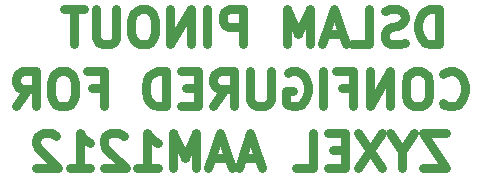
<source format=gbo>
G04 #@! TF.GenerationSoftware,KiCad,Pcbnew,(5.1.10-1-10_14)*
G04 #@! TF.CreationDate,2022-03-30T11:00:48+01:00*
G04 #@! TF.ProjectId,RJ21_DSLAM_ADAPTER,524a3231-5f44-4534-9c41-4d5f41444150,rev?*
G04 #@! TF.SameCoordinates,Original*
G04 #@! TF.FileFunction,Legend,Bot*
G04 #@! TF.FilePolarity,Positive*
%FSLAX46Y46*%
G04 Gerber Fmt 4.6, Leading zero omitted, Abs format (unit mm)*
G04 Created by KiCad (PCBNEW (5.1.10-1-10_14)) date 2022-03-30 11:00:48*
%MOMM*%
%LPD*%
G01*
G04 APERTURE LIST*
%ADD10C,0.750000*%
%ADD11C,5.300000*%
%ADD12C,3.200000*%
%ADD13C,1.500000*%
G04 APERTURE END LIST*
D10*
X117785714Y-48507142D02*
X117785714Y-45507142D01*
X117071428Y-45507142D01*
X116642857Y-45650000D01*
X116357142Y-45935714D01*
X116214285Y-46221428D01*
X116071428Y-46792857D01*
X116071428Y-47221428D01*
X116214285Y-47792857D01*
X116357142Y-48078571D01*
X116642857Y-48364285D01*
X117071428Y-48507142D01*
X117785714Y-48507142D01*
X114928571Y-48364285D02*
X114500000Y-48507142D01*
X113785714Y-48507142D01*
X113500000Y-48364285D01*
X113357142Y-48221428D01*
X113214285Y-47935714D01*
X113214285Y-47650000D01*
X113357142Y-47364285D01*
X113500000Y-47221428D01*
X113785714Y-47078571D01*
X114357142Y-46935714D01*
X114642857Y-46792857D01*
X114785714Y-46650000D01*
X114928571Y-46364285D01*
X114928571Y-46078571D01*
X114785714Y-45792857D01*
X114642857Y-45650000D01*
X114357142Y-45507142D01*
X113642857Y-45507142D01*
X113214285Y-45650000D01*
X110500000Y-48507142D02*
X111928571Y-48507142D01*
X111928571Y-45507142D01*
X109642857Y-47650000D02*
X108214285Y-47650000D01*
X109928571Y-48507142D02*
X108928571Y-45507142D01*
X107928571Y-48507142D01*
X106928571Y-48507142D02*
X106928571Y-45507142D01*
X105928571Y-47650000D01*
X104928571Y-45507142D01*
X104928571Y-48507142D01*
X101214285Y-48507142D02*
X101214285Y-45507142D01*
X100071428Y-45507142D01*
X99785714Y-45650000D01*
X99642857Y-45792857D01*
X99500000Y-46078571D01*
X99500000Y-46507142D01*
X99642857Y-46792857D01*
X99785714Y-46935714D01*
X100071428Y-47078571D01*
X101214285Y-47078571D01*
X98214285Y-48507142D02*
X98214285Y-45507142D01*
X96785714Y-48507142D02*
X96785714Y-45507142D01*
X95071428Y-48507142D01*
X95071428Y-45507142D01*
X93071428Y-45507142D02*
X92500000Y-45507142D01*
X92214285Y-45650000D01*
X91928571Y-45935714D01*
X91785714Y-46507142D01*
X91785714Y-47507142D01*
X91928571Y-48078571D01*
X92214285Y-48364285D01*
X92500000Y-48507142D01*
X93071428Y-48507142D01*
X93357142Y-48364285D01*
X93642857Y-48078571D01*
X93785714Y-47507142D01*
X93785714Y-46507142D01*
X93642857Y-45935714D01*
X93357142Y-45650000D01*
X93071428Y-45507142D01*
X90500000Y-45507142D02*
X90500000Y-47935714D01*
X90357142Y-48221428D01*
X90214285Y-48364285D01*
X89928571Y-48507142D01*
X89357142Y-48507142D01*
X89071428Y-48364285D01*
X88928571Y-48221428D01*
X88785714Y-47935714D01*
X88785714Y-45507142D01*
X87785714Y-45507142D02*
X86071428Y-45507142D01*
X86928571Y-48507142D02*
X86928571Y-45507142D01*
X118142857Y-53471428D02*
X118285714Y-53614285D01*
X118714285Y-53757142D01*
X119000000Y-53757142D01*
X119428571Y-53614285D01*
X119714285Y-53328571D01*
X119857142Y-53042857D01*
X120000000Y-52471428D01*
X120000000Y-52042857D01*
X119857142Y-51471428D01*
X119714285Y-51185714D01*
X119428571Y-50900000D01*
X119000000Y-50757142D01*
X118714285Y-50757142D01*
X118285714Y-50900000D01*
X118142857Y-51042857D01*
X116285714Y-50757142D02*
X115714285Y-50757142D01*
X115428571Y-50900000D01*
X115142857Y-51185714D01*
X115000000Y-51757142D01*
X115000000Y-52757142D01*
X115142857Y-53328571D01*
X115428571Y-53614285D01*
X115714285Y-53757142D01*
X116285714Y-53757142D01*
X116571428Y-53614285D01*
X116857142Y-53328571D01*
X117000000Y-52757142D01*
X117000000Y-51757142D01*
X116857142Y-51185714D01*
X116571428Y-50900000D01*
X116285714Y-50757142D01*
X113714285Y-53757142D02*
X113714285Y-50757142D01*
X112000000Y-53757142D01*
X112000000Y-50757142D01*
X109571428Y-52185714D02*
X110571428Y-52185714D01*
X110571428Y-53757142D02*
X110571428Y-50757142D01*
X109142857Y-50757142D01*
X108000000Y-53757142D02*
X108000000Y-50757142D01*
X105000000Y-50900000D02*
X105285714Y-50757142D01*
X105714285Y-50757142D01*
X106142857Y-50900000D01*
X106428571Y-51185714D01*
X106571428Y-51471428D01*
X106714285Y-52042857D01*
X106714285Y-52471428D01*
X106571428Y-53042857D01*
X106428571Y-53328571D01*
X106142857Y-53614285D01*
X105714285Y-53757142D01*
X105428571Y-53757142D01*
X105000000Y-53614285D01*
X104857142Y-53471428D01*
X104857142Y-52471428D01*
X105428571Y-52471428D01*
X103571428Y-50757142D02*
X103571428Y-53185714D01*
X103428571Y-53471428D01*
X103285714Y-53614285D01*
X103000000Y-53757142D01*
X102428571Y-53757142D01*
X102142857Y-53614285D01*
X102000000Y-53471428D01*
X101857142Y-53185714D01*
X101857142Y-50757142D01*
X98714285Y-53757142D02*
X99714285Y-52328571D01*
X100428571Y-53757142D02*
X100428571Y-50757142D01*
X99285714Y-50757142D01*
X99000000Y-50900000D01*
X98857142Y-51042857D01*
X98714285Y-51328571D01*
X98714285Y-51757142D01*
X98857142Y-52042857D01*
X99000000Y-52185714D01*
X99285714Y-52328571D01*
X100428571Y-52328571D01*
X97428571Y-52185714D02*
X96428571Y-52185714D01*
X96000000Y-53757142D02*
X97428571Y-53757142D01*
X97428571Y-50757142D01*
X96000000Y-50757142D01*
X94714285Y-53757142D02*
X94714285Y-50757142D01*
X94000000Y-50757142D01*
X93571428Y-50900000D01*
X93285714Y-51185714D01*
X93142857Y-51471428D01*
X93000000Y-52042857D01*
X93000000Y-52471428D01*
X93142857Y-53042857D01*
X93285714Y-53328571D01*
X93571428Y-53614285D01*
X94000000Y-53757142D01*
X94714285Y-53757142D01*
X88428571Y-52185714D02*
X89428571Y-52185714D01*
X89428571Y-53757142D02*
X89428571Y-50757142D01*
X88000000Y-50757142D01*
X86285714Y-50757142D02*
X85714285Y-50757142D01*
X85428571Y-50900000D01*
X85142857Y-51185714D01*
X85000000Y-51757142D01*
X85000000Y-52757142D01*
X85142857Y-53328571D01*
X85428571Y-53614285D01*
X85714285Y-53757142D01*
X86285714Y-53757142D01*
X86571428Y-53614285D01*
X86857142Y-53328571D01*
X87000000Y-52757142D01*
X87000000Y-51757142D01*
X86857142Y-51185714D01*
X86571428Y-50900000D01*
X86285714Y-50757142D01*
X82000000Y-53757142D02*
X83000000Y-52328571D01*
X83714285Y-53757142D02*
X83714285Y-50757142D01*
X82571428Y-50757142D01*
X82285714Y-50900000D01*
X82142857Y-51042857D01*
X82000000Y-51328571D01*
X82000000Y-51757142D01*
X82142857Y-52042857D01*
X82285714Y-52185714D01*
X82571428Y-52328571D01*
X83714285Y-52328571D01*
X118428571Y-56007142D02*
X116428571Y-56007142D01*
X118428571Y-59007142D01*
X116428571Y-59007142D01*
X114714285Y-57578571D02*
X114714285Y-59007142D01*
X115714285Y-56007142D02*
X114714285Y-57578571D01*
X113714285Y-56007142D01*
X113000000Y-56007142D02*
X111000000Y-59007142D01*
X111000000Y-56007142D02*
X113000000Y-59007142D01*
X109857142Y-57435714D02*
X108857142Y-57435714D01*
X108428571Y-59007142D02*
X109857142Y-59007142D01*
X109857142Y-56007142D01*
X108428571Y-56007142D01*
X105714285Y-59007142D02*
X107142857Y-59007142D01*
X107142857Y-56007142D01*
X102571428Y-58150000D02*
X101142857Y-58150000D01*
X102857142Y-59007142D02*
X101857142Y-56007142D01*
X100857142Y-59007142D01*
X100000000Y-58150000D02*
X98571428Y-58150000D01*
X100285714Y-59007142D02*
X99285714Y-56007142D01*
X98285714Y-59007142D01*
X97285714Y-59007142D02*
X97285714Y-56007142D01*
X96285714Y-58150000D01*
X95285714Y-56007142D01*
X95285714Y-59007142D01*
X92285714Y-59007142D02*
X94000000Y-59007142D01*
X93142857Y-59007142D02*
X93142857Y-56007142D01*
X93428571Y-56435714D01*
X93714285Y-56721428D01*
X94000000Y-56864285D01*
X91142857Y-56292857D02*
X91000000Y-56150000D01*
X90714285Y-56007142D01*
X90000000Y-56007142D01*
X89714285Y-56150000D01*
X89571428Y-56292857D01*
X89428571Y-56578571D01*
X89428571Y-56864285D01*
X89571428Y-57292857D01*
X91285714Y-59007142D01*
X89428571Y-59007142D01*
X86571428Y-59007142D02*
X88285714Y-59007142D01*
X87428571Y-59007142D02*
X87428571Y-56007142D01*
X87714285Y-56435714D01*
X88000000Y-56721428D01*
X88285714Y-56864285D01*
X85428571Y-56292857D02*
X85285714Y-56150000D01*
X85000000Y-56007142D01*
X84285714Y-56007142D01*
X84000000Y-56150000D01*
X83857142Y-56292857D01*
X83714285Y-56578571D01*
X83714285Y-56864285D01*
X83857142Y-57292857D01*
X85571428Y-59007142D01*
X83714285Y-59007142D01*
%LPC*%
D11*
X157200000Y-48000000D03*
X157200000Y-163000000D03*
X45200000Y-163000000D03*
X45200000Y-48000000D03*
D12*
X63775000Y-68000000D03*
X138625000Y-68000000D03*
D13*
X75280000Y-65855000D03*
X77440000Y-65855000D03*
X79600000Y-65855000D03*
X81760000Y-65855000D03*
X83920000Y-65855000D03*
X86080000Y-65855000D03*
X88240000Y-65855000D03*
X90400000Y-65855000D03*
X92560000Y-65855000D03*
X94720000Y-65855000D03*
X96880000Y-65855000D03*
X99040000Y-65855000D03*
X101200000Y-65855000D03*
X103360000Y-65855000D03*
X105520000Y-65855000D03*
X107680000Y-65855000D03*
X109840000Y-65855000D03*
X112000000Y-65855000D03*
X114160000Y-65855000D03*
X116320000Y-65855000D03*
X118480000Y-65855000D03*
X120640000Y-65855000D03*
X122800000Y-65855000D03*
X124960000Y-65855000D03*
X127120000Y-65855000D03*
X75280000Y-70145000D03*
X77440000Y-70145000D03*
X79600000Y-70145000D03*
X81760000Y-70145000D03*
X83920000Y-70145000D03*
X86080000Y-70145000D03*
X88240000Y-70145000D03*
X90400000Y-70145000D03*
X92560000Y-70145000D03*
X94720000Y-70145000D03*
X96880000Y-70145000D03*
X99040000Y-70145000D03*
X101200000Y-70145000D03*
X103360000Y-70145000D03*
X105520000Y-70145000D03*
X107680000Y-70145000D03*
X109840000Y-70145000D03*
X112000000Y-70145000D03*
X114160000Y-70145000D03*
X116320000Y-70145000D03*
X118480000Y-70145000D03*
X120640000Y-70145000D03*
X122800000Y-70145000D03*
X124960000Y-70145000D03*
X127120000Y-70145000D03*
X127120000Y-95145000D03*
X124960000Y-95145000D03*
X122800000Y-95145000D03*
X120640000Y-95145000D03*
X118480000Y-95145000D03*
X116320000Y-95145000D03*
X114160000Y-95145000D03*
X112000000Y-95145000D03*
X109840000Y-95145000D03*
X107680000Y-95145000D03*
X105520000Y-95145000D03*
X103360000Y-95145000D03*
X101200000Y-95145000D03*
X99040000Y-95145000D03*
X96880000Y-95145000D03*
X94720000Y-95145000D03*
X92560000Y-95145000D03*
X90400000Y-95145000D03*
X88240000Y-95145000D03*
X86080000Y-95145000D03*
X83920000Y-95145000D03*
X81760000Y-95145000D03*
X79600000Y-95145000D03*
X77440000Y-95145000D03*
X75280000Y-95145000D03*
X127120000Y-90855000D03*
X124960000Y-90855000D03*
X122800000Y-90855000D03*
X120640000Y-90855000D03*
X118480000Y-90855000D03*
X116320000Y-90855000D03*
X114160000Y-90855000D03*
X112000000Y-90855000D03*
X109840000Y-90855000D03*
X107680000Y-90855000D03*
X105520000Y-90855000D03*
X103360000Y-90855000D03*
X101200000Y-90855000D03*
X99040000Y-90855000D03*
X96880000Y-90855000D03*
X94720000Y-90855000D03*
X92560000Y-90855000D03*
X90400000Y-90855000D03*
X88240000Y-90855000D03*
X86080000Y-90855000D03*
X83920000Y-90855000D03*
X81760000Y-90855000D03*
X79600000Y-90855000D03*
X77440000Y-90855000D03*
X75280000Y-90855000D03*
D12*
X138625000Y-93000000D03*
X63775000Y-93000000D03*
X63775000Y-118000000D03*
X138625000Y-118000000D03*
D13*
X75280000Y-115855000D03*
X77440000Y-115855000D03*
X79600000Y-115855000D03*
X81760000Y-115855000D03*
X83920000Y-115855000D03*
X86080000Y-115855000D03*
X88240000Y-115855000D03*
X90400000Y-115855000D03*
X92560000Y-115855000D03*
X94720000Y-115855000D03*
X96880000Y-115855000D03*
X99040000Y-115855000D03*
X101200000Y-115855000D03*
X103360000Y-115855000D03*
X105520000Y-115855000D03*
X107680000Y-115855000D03*
X109840000Y-115855000D03*
X112000000Y-115855000D03*
X114160000Y-115855000D03*
X116320000Y-115855000D03*
X118480000Y-115855000D03*
X120640000Y-115855000D03*
X122800000Y-115855000D03*
X124960000Y-115855000D03*
X127120000Y-115855000D03*
X75280000Y-120145000D03*
X77440000Y-120145000D03*
X79600000Y-120145000D03*
X81760000Y-120145000D03*
X83920000Y-120145000D03*
X86080000Y-120145000D03*
X88240000Y-120145000D03*
X90400000Y-120145000D03*
X92560000Y-120145000D03*
X94720000Y-120145000D03*
X96880000Y-120145000D03*
X99040000Y-120145000D03*
X101200000Y-120145000D03*
X103360000Y-120145000D03*
X105520000Y-120145000D03*
X107680000Y-120145000D03*
X109840000Y-120145000D03*
X112000000Y-120145000D03*
X114160000Y-120145000D03*
X116320000Y-120145000D03*
X118480000Y-120145000D03*
X120640000Y-120145000D03*
X122800000Y-120145000D03*
X124960000Y-120145000D03*
X127120000Y-120145000D03*
X127120000Y-145145000D03*
X124960000Y-145145000D03*
X122800000Y-145145000D03*
X120640000Y-145145000D03*
X118480000Y-145145000D03*
X116320000Y-145145000D03*
X114160000Y-145145000D03*
X112000000Y-145145000D03*
X109840000Y-145145000D03*
X107680000Y-145145000D03*
X105520000Y-145145000D03*
X103360000Y-145145000D03*
X101200000Y-145145000D03*
X99040000Y-145145000D03*
X96880000Y-145145000D03*
X94720000Y-145145000D03*
X92560000Y-145145000D03*
X90400000Y-145145000D03*
X88240000Y-145145000D03*
X86080000Y-145145000D03*
X83920000Y-145145000D03*
X81760000Y-145145000D03*
X79600000Y-145145000D03*
X77440000Y-145145000D03*
X75280000Y-145145000D03*
X127120000Y-140855000D03*
X124960000Y-140855000D03*
X122800000Y-140855000D03*
X120640000Y-140855000D03*
X118480000Y-140855000D03*
X116320000Y-140855000D03*
X114160000Y-140855000D03*
X112000000Y-140855000D03*
X109840000Y-140855000D03*
X107680000Y-140855000D03*
X105520000Y-140855000D03*
X103360000Y-140855000D03*
X101200000Y-140855000D03*
X99040000Y-140855000D03*
X96880000Y-140855000D03*
X94720000Y-140855000D03*
X92560000Y-140855000D03*
X90400000Y-140855000D03*
X88240000Y-140855000D03*
X86080000Y-140855000D03*
X83920000Y-140855000D03*
X81760000Y-140855000D03*
X79600000Y-140855000D03*
X77440000Y-140855000D03*
X75280000Y-140855000D03*
D12*
X138625000Y-143000000D03*
X63775000Y-143000000D03*
M02*

</source>
